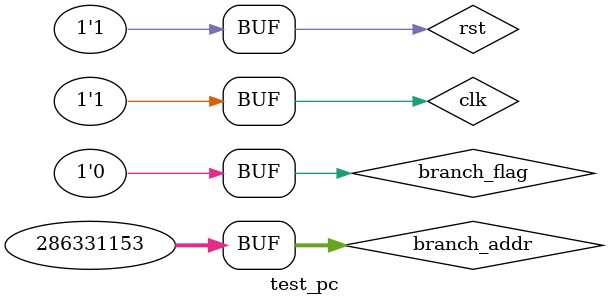
<source format=v>
`timescale 1ns / 1ps


module test_pc;

	// Inputs
	reg clk;
	reg rst;
	reg [31:0] branch_addr;
	reg branch_flag;

	// Outputs
	wire [31:0] pc;

	// Instantiate the Unit Under Test (UUT)
	PC uut (
		.clk(clk), 
		.rst(rst), 
		.branch_addr(branch_addr), 
		.branch_flag(branch_flag), 
		.pc(pc)
	);

	initial begin
		// Initialize Inputs
		clk = 0;
		rst = 0;
		branch_addr = 0;
		branch_flag = 0;

		// Wait 100 ns for global reset to finish
		#50;
       
		// Add stimulus here
		clk = 0;
		rst = 1;
		#100;
		branch_addr = 32'h11111111;
		branch_flag = 1;
		#150;
		clk = 1;
		#175;
		clk = 0;
		branch_flag = 0;
		#200;
		clk = 1;
		#225;
		clk = 0;
		#250;
		clk = 1;
	end
      
endmodule


</source>
